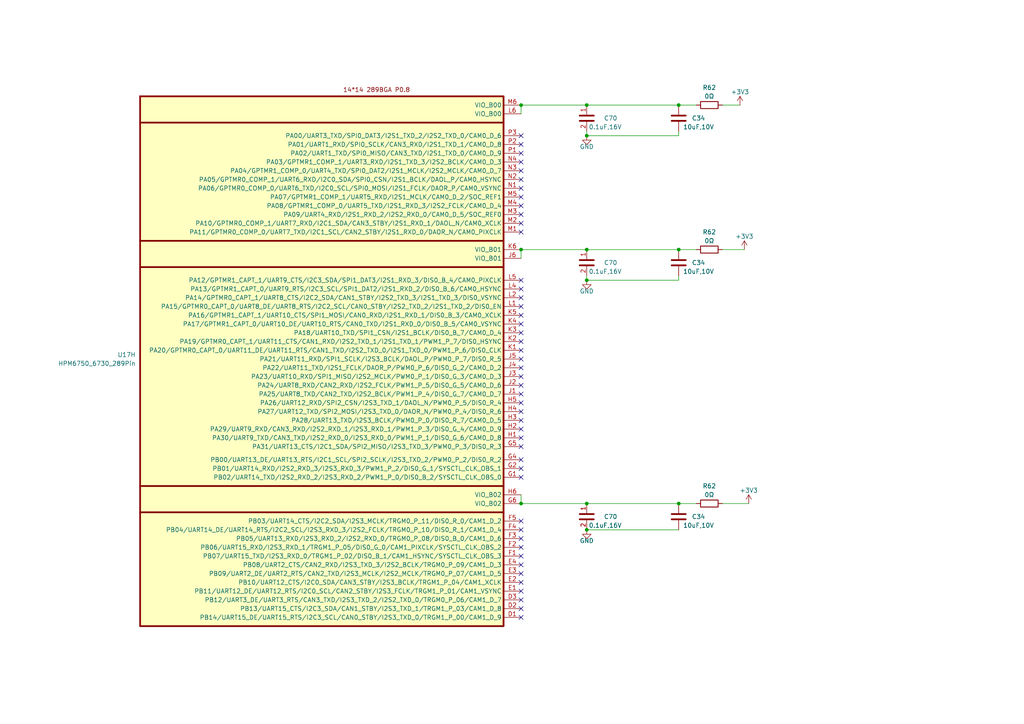
<source format=kicad_sch>
(kicad_sch (version 20230121) (generator eeschema)
  (paper "A4")
  (junction (at 170.18 153.67))
  (junction (at 196.85 72.39))
  (junction (at 151.13 30.48))
  (junction (at 170.18 81.28))
  (junction (at 196.85 146.05))
  (junction (at 151.13 146.05))
  (junction (at 170.18 39.37))
  (junction (at 151.13 72.39))
  (junction (at 170.18 30.48))
  (junction (at 170.18 146.05))
  (junction (at 170.18 72.39))
  (junction (at 196.85 30.48))
  (no_connect (at 151.13 166.37))
  (no_connect (at 151.13 119.38))
  (no_connect (at 151.13 171.45))
  (no_connect (at 151.13 91.44))
  (no_connect (at 151.13 121.92))
  (no_connect (at 151.13 81.28))
  (no_connect (at 151.13 57.15))
  (no_connect (at 151.13 176.53))
  (no_connect (at 151.13 104.14))
  (no_connect (at 151.13 46.99))
  (no_connect (at 151.13 64.77))
  (no_connect (at 151.13 161.29))
  (no_connect (at 151.13 156.21))
  (no_connect (at 151.13 39.37))
  (no_connect (at 151.13 44.45))
  (no_connect (at 151.13 54.61))
  (no_connect (at 151.13 168.91))
  (no_connect (at 151.13 111.76))
  (no_connect (at 151.13 96.52))
  (no_connect (at 151.13 93.98))
  (no_connect (at 151.13 109.22))
  (no_connect (at 151.13 101.6))
  (no_connect (at 151.13 67.31))
  (no_connect (at 151.13 114.3))
  (no_connect (at 151.13 163.83))
  (no_connect (at 151.13 106.68))
  (no_connect (at 151.13 179.07))
  (no_connect (at 151.13 173.99))
  (no_connect (at 151.13 88.9))
  (no_connect (at 151.13 158.75))
  (no_connect (at 151.13 41.91))
  (no_connect (at 151.13 59.69))
  (no_connect (at 151.13 49.53))
  (no_connect (at 151.13 129.54))
  (no_connect (at 151.13 83.82))
  (no_connect (at 151.13 124.46))
  (no_connect (at 151.13 99.06))
  (no_connect (at 151.13 86.36))
  (no_connect (at 151.13 135.89))
  (no_connect (at 151.13 151.13))
  (no_connect (at 151.13 52.07))
  (no_connect (at 151.13 127))
  (no_connect (at 151.13 62.23))
  (no_connect (at 151.13 116.84))
  (no_connect (at 151.13 133.35))
  (no_connect (at 151.13 138.43))
  (no_connect (at 151.13 153.67))
  (wire (pts (xy 151.13 72.39) (xy 151.13 74.93)))
  (wire (pts (xy 196.85 72.39) (xy 201.93 72.39)))
  (wire (pts (xy 151.13 30.48) (xy 151.13 33.02)))
  (wire (pts (xy 170.18 30.48) (xy 196.85 30.48)))
  (wire (pts (xy 196.85 146.05) (xy 201.93 146.05)))
  (wire (pts (xy 170.18 146.05) (xy 196.85 146.05)))
  (wire (pts (xy 170.18 38.1) (xy 170.18 39.37)))
  (wire (pts (xy 196.85 30.48) (xy 201.93 30.48)))
  (wire (pts (xy 170.18 81.28) (xy 196.85 81.28)))
  (wire (pts (xy 196.85 38.1) (xy 196.85 39.37)))
  (wire (pts (xy 170.18 39.37) (xy 196.85 39.37)))
  (wire (pts (xy 170.18 72.39) (xy 196.85 72.39)))
  (wire (pts (xy 151.13 146.05) (xy 170.18 146.05)))
  (wire (pts (xy 151.13 72.39) (xy 170.18 72.39)))
  (wire (pts (xy 170.18 153.67) (xy 196.85 153.67)))
  (wire (pts (xy 214.63 30.48) (xy 209.55 30.48)))
  (wire (pts (xy 170.18 80.01) (xy 170.18 81.28)))
  (wire (pts (xy 196.85 80.01) (xy 196.85 81.28)))
  (wire (pts (xy 151.13 30.48) (xy 170.18 30.48)))
  (wire (pts (xy 217.17 146.05) (xy 209.55 146.05)))
  (wire (pts (xy 215.9 72.39) (xy 209.55 72.39)))
  (wire (pts (xy 151.13 143.51) (xy 151.13 146.05)))
  (symbol (lib_name "0.1uF,16V_1") (lib_id "03_HPM_CAP:0.1uF,16V") (at 170.18 76.2 0) (mirror y) (unit 1)
    (property "Reference" "C70" (at 179.07 76.2 0) (effects (justify left)))
    (property "Value" "0.1uF,16V" (at 180.34 78.74 0) (effects (justify left)))
    (property "Footprint" "03_HPM_CAP:C_0402_1005Metric" (effects hide))
    (instances (project "HPM6750_ADC_EVK_RevA" (path "" (reference "C70") (unit 1)) (path "" (reference "C113") (unit 1))) (project "EVK_REVC" (path "" (reference "C53") (unit 1))))
  )
  (symbol (lib_id "02_HPM_Resis:0Ω") (at 205.74 72.39 0) (unit 1)
    (property "Reference" "R62" (at 205.74 67.31 0))
    (property "Value" "0Ω" (at 205.74 69.85 0))
    (property "Footprint" "02_HPM_Resis:R_0402_1005Metric" (effects hide))
    (instances (project "HPM6750_ADC_EVK_RevA" (path "" (reference "R62") (unit 1)) (path "" (reference "R65") (unit 1))))
  )
  (symbol (lib_name "0.1uF,16V_1") (lib_id "03_HPM_CAP:0.1uF,16V") (at 170.18 34.29 0) (mirror y) (unit 1)
    (property "Reference" "C70" (at 179.07 34.29 0) (effects (justify left)))
    (property "Value" "0.1uF,16V" (at 180.34 36.83 0) (effects (justify left)))
    (property "Footprint" "03_HPM_CAP:C_0402_1005Metric" (effects hide))
    (instances (project "HPM6750_ADC_EVK_RevA" (path "" (reference "C70") (unit 1)) (path "" (reference "C109") (unit 1))) (project "EVK_REVC" (path "" (reference "C53") (unit 1))))
  )
  (symbol (lib_id "power:GND") (at 170.18 153.67 0) (unit 1)
    (property "Reference" "#PWR0169" (effects hide))
    (property "Value" "GND" (at 170.18 156.845 0))
    (instances (project "HPM6750_ADC_EVK_RevA" (path "" (reference "#PWR0169") (unit 1))) (project "EVK_REVC" (path "" (reference "#PWR0182") (unit 1))))
  )
  (symbol (lib_id "02_HPM_Resis:0Ω") (at 205.74 30.48 0) (unit 1)
    (property "Reference" "R62" (at 205.74 25.4 0))
    (property "Value" "0Ω" (at 205.74 27.94 0))
    (property "Footprint" "02_HPM_Resis:R_0402_1005Metric" (effects hide))
    (instances (project "HPM6750_ADC_EVK_RevA" (path "" (reference "R62") (unit 1)) (path "" (reference "R64") (unit 1))))
  )
  (symbol (lib_id "power:+3V3") (at 217.17 146.05 0) (unit 1)
    (property "Reference" "#PWR049" (effects hide))
    (property "Value" "+3V3" (at 217.17 142.24 0))
    (instances (project "HPM6750_ADC_EVK_RevA" (path "" (reference "#PWR049") (unit 1)) (path "" (reference "#PWR0164") (unit 1)) (path "" (reference "#PWR0172") (unit 1))))
  )
  (symbol (lib_id "0_HPM6000_Library:HPM6750_6730_289Pin") (at 146.05 27.94 0) (mirror y) (unit 8)
    (property "Reference" "U17" (at 39.37 102.8977 0) (effects (justify left)))
    (property "Value" "HPM6750_6730_289Pin" (at 39.37 105.4377 0) (effects (justify left)))
    (property "Footprint" "0_HPM6000_Library:BGA-289_17x17_14.0x14.0mm" (effects hide))
  )
  (symbol (lib_id "power:+3V3") (at 214.63 30.48 0) (unit 1)
    (property "Reference" "#PWR049" (effects hide))
    (property "Value" "+3V3" (at 214.63 26.67 0))
    (instances (project "HPM6750_ADC_EVK_RevA" (path "" (reference "#PWR049") (unit 1)) (path "" (reference "#PWR0164") (unit 1)) (path "" (reference "#PWR0168") (unit 1))))
  )
  (symbol (lib_id "02_HPM_Resis:0Ω") (at 205.74 146.05 0) (unit 1)
    (property "Reference" "R62" (at 205.74 140.97 0))
    (property "Value" "0Ω" (at 205.74 143.51 0))
    (property "Footprint" "02_HPM_Resis:R_0402_1005Metric" (effects hide))
    (instances (project "HPM6750_ADC_EVK_RevA" (path "" (reference "R62") (unit 1)) (path "" (reference "R66") (unit 1))))
  )
  (symbol (lib_id "power:GND") (at 170.18 39.37 0) (unit 1)
    (property "Reference" "#PWR0167" (effects hide))
    (property "Value" "GND" (at 170.18 42.545 0))
    (instances (project "HPM6750_ADC_EVK_RevA" (path "" (reference "#PWR0167") (unit 1))) (project "EVK_REVC" (path "" (reference "#PWR0184") (unit 1))))
  )
  (symbol (lib_id "power:+3V3") (at 215.9 72.39 0) (unit 1)
    (property "Reference" "#PWR049" (effects hide))
    (property "Value" "+3V3" (at 215.9 68.58 0))
    (instances (project "HPM6750_ADC_EVK_RevA" (path "" (reference "#PWR049") (unit 1)) (path "" (reference "#PWR0164") (unit 1)) (path "" (reference "#PWR0171") (unit 1))))
  )
  (symbol (lib_id "03_HPM_CAP:10uF,10V") (at 196.85 149.86 0) (unit 1)
    (property "Reference" "C34" (at 200.66 149.86 0) (effects (justify left)))
    (property "Value" "10uF,10V" (at 198.12 152.4 0) (effects (justify left)))
    (property "Footprint" "03_HPM_CAP:C_0402_1005Metric" (effects hide))
    (instances (project "HPM6750_ADC_EVK_RevA" (path "" (reference "C34") (unit 1)) (path "" (reference "C108") (unit 1))))
  )
  (symbol (lib_id "03_HPM_CAP:10uF,10V") (at 196.85 34.29 0) (unit 1)
    (property "Reference" "C34" (at 200.66 34.29 0) (effects (justify left)))
    (property "Value" "10uF,10V" (at 198.12 36.83 0) (effects (justify left)))
    (property "Footprint" "03_HPM_CAP:C_0402_1005Metric" (effects hide))
    (instances (project "HPM6750_ADC_EVK_RevA" (path "" (reference "C34") (unit 1)) (path "" (reference "C106") (unit 1))))
  )
  (symbol (lib_id "power:GND") (at 170.18 81.28 0) (unit 1)
    (property "Reference" "#PWR0170" (effects hide))
    (property "Value" "GND" (at 170.18 84.455 0))
    (instances (project "HPM6750_ADC_EVK_RevA" (path "" (reference "#PWR0170") (unit 1))) (project "EVK_REVC" (path "" (reference "#PWR0180") (unit 1))))
  )
  (symbol (lib_name "0.1uF,16V_1") (lib_id "03_HPM_CAP:0.1uF,16V") (at 170.18 149.86 0) (mirror y) (unit 1)
    (property "Reference" "C70" (at 179.07 149.86 0) (effects (justify left)))
    (property "Value" "0.1uF,16V" (at 180.34 152.4 0) (effects (justify left)))
    (property "Footprint" "03_HPM_CAP:C_0402_1005Metric" (effects hide))
    (instances (project "HPM6750_ADC_EVK_RevA" (path "" (reference "C70") (unit 1)) (path "" (reference "C112") (unit 1))) (project "EVK_REVC" (path "" (reference "C53") (unit 1))))
  )
  (symbol (lib_id "03_HPM_CAP:10uF,10V") (at 196.85 76.2 0) (unit 1)
    (property "Reference" "C34" (at 200.66 76.2 0) (effects (justify left)))
    (property "Value" "10uF,10V" (at 198.12 78.74 0) (effects (justify left)))
    (property "Footprint" "03_HPM_CAP:C_0402_1005Metric" (effects hide))
    (instances (project "HPM6750_ADC_EVK_RevA" (path "" (reference "C34") (unit 1)) (path "" (reference "C107") (unit 1))))
  )
)
</source>
